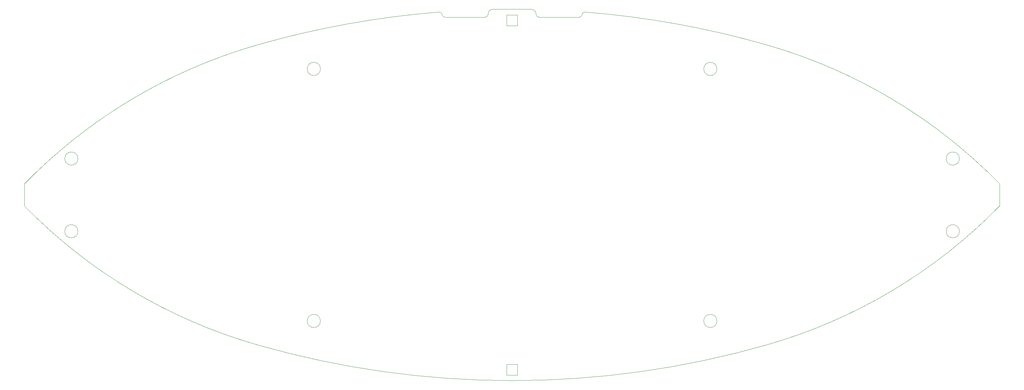
<source format=gbr>
%TF.GenerationSoftware,KiCad,Pcbnew,5.1.7-a382d34a8~87~ubuntu20.04.1*%
%TF.CreationDate,2020-11-03T23:07:43+05:30*%
%TF.ProjectId,halo,68616c6f-2e6b-4696-9361-645f70636258,v1*%
%TF.SameCoordinates,Original*%
%TF.FileFunction,Profile,NP*%
%FSLAX46Y46*%
G04 Gerber Fmt 4.6, Leading zero omitted, Abs format (unit mm)*
G04 Created by KiCad (PCBNEW 5.1.7-a382d34a8~87~ubuntu20.04.1) date 2020-11-03 23:07:43*
%MOMM*%
%LPD*%
G01*
G04 APERTURE LIST*
%TA.AperFunction,Profile*%
%ADD10C,0.050000*%
%TD*%
G04 APERTURE END LIST*
D10*
X73431896Y-62496118D02*
G75*
G02*
X120707642Y-53928265I66269656J-230949950D01*
G01*
X121541768Y-54762400D02*
G75*
G03*
X120707642Y-53928265I-834135J0D01*
G01*
X132715000Y-55245000D02*
G75*
G03*
X133477000Y-54483000I0J762000D01*
G01*
X132715000Y-55245000D02*
X122157808Y-55243390D01*
X134620000Y-53233692D02*
G75*
G03*
X133477000Y-54376692I0J-1143000D01*
G01*
X121541768Y-54762400D02*
G75*
G03*
X122157808Y-55243390I616040J154010D01*
G01*
X133477000Y-54483000D02*
X133477000Y-54376692D01*
X139700000Y-53180000D02*
G75*
G03*
X134620000Y-53233692I0J-240347211D01*
G01*
X145923000Y-54483000D02*
X145923000Y-54376692D01*
X157858232Y-54762400D02*
G75*
G02*
X158692358Y-53928265I834135J0D01*
G01*
X158692358Y-53928264D02*
G75*
G02*
X205969205Y-62493874I-18992358J-239578255D01*
G01*
X144780000Y-53233692D02*
G75*
G02*
X145923000Y-54376692I0J-1143000D01*
G01*
X139700000Y-53180000D02*
G75*
G02*
X144780000Y-53233692I0J-240347211D01*
G01*
X146685000Y-55245000D02*
G75*
G02*
X145923000Y-54483000I0J762000D01*
G01*
X157858232Y-54762400D02*
G75*
G02*
X157242192Y-55243390I-616040J154010D01*
G01*
X146685000Y-55245000D02*
X157242192Y-55243390D01*
X205969205Y-62493874D02*
G75*
G02*
X266571000Y-98721000I-37916205J-132229126D01*
G01*
X266571000Y-98721000D02*
X266571000Y-104479000D01*
X266571256Y-104479861D02*
G75*
G02*
X205969000Y-140707000I-98518256J96002861D01*
G01*
X205968733Y-140706537D02*
G75*
G02*
X139700000Y-150020000I-66268733J231106537D01*
G01*
X12828744Y-98720139D02*
G75*
G02*
X73431000Y-62493000I98518256J-96002861D01*
G01*
X139699871Y-150020519D02*
G75*
G02*
X73431000Y-140707000I129J240420519D01*
G01*
X12829000Y-98721000D02*
X12829000Y-104479000D01*
X73430795Y-140706126D02*
G75*
G02*
X12829000Y-104479000I37916205J132229126D01*
G01*
X89831000Y-134459000D02*
G75*
G03*
X89831000Y-134459000I-1717000J0D01*
G01*
X26734000Y-111075000D02*
G75*
G03*
X26734000Y-111075000I-1717000J0D01*
G01*
X141091000Y-145758000D02*
X138309000Y-145758000D01*
X138309000Y-145758000D02*
X138309000Y-148540000D01*
X138309000Y-148540000D02*
X141091000Y-148540000D01*
X141091000Y-148540000D02*
X141091000Y-145758000D01*
X193002000Y-134459000D02*
G75*
G03*
X193002000Y-134459000I-1716000J0D01*
G01*
X256100000Y-111075000D02*
G75*
G03*
X256100000Y-111075000I-1717000J0D01*
G01*
X26734000Y-92125000D02*
G75*
G03*
X26734000Y-92125000I-1717000J0D01*
G01*
X89831000Y-68741000D02*
G75*
G03*
X89831000Y-68741000I-1717000J0D01*
G01*
X256100000Y-92125000D02*
G75*
G03*
X256100000Y-92125000I-1717000J0D01*
G01*
X193002000Y-68741000D02*
G75*
G03*
X193002000Y-68741000I-1716000J0D01*
G01*
X141091000Y-54660000D02*
X138309000Y-54660000D01*
X138309000Y-54660000D02*
X138309000Y-57442000D01*
X138309000Y-57442000D02*
X141091000Y-57442000D01*
X141091000Y-57442000D02*
X141091000Y-54660000D01*
M02*

</source>
